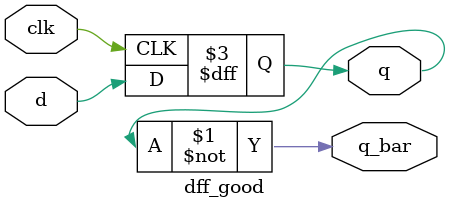
<source format=v>
module dff_good(
    clk, d, q, q_bar
    );
    input d, clk;
    output q, q_bar;
    reg    q;

    // using assign statement for q_bar
    assign q_bar = ~q;

    always @(posedge clk) begin
        q <= d;
    end
endmodule

</source>
